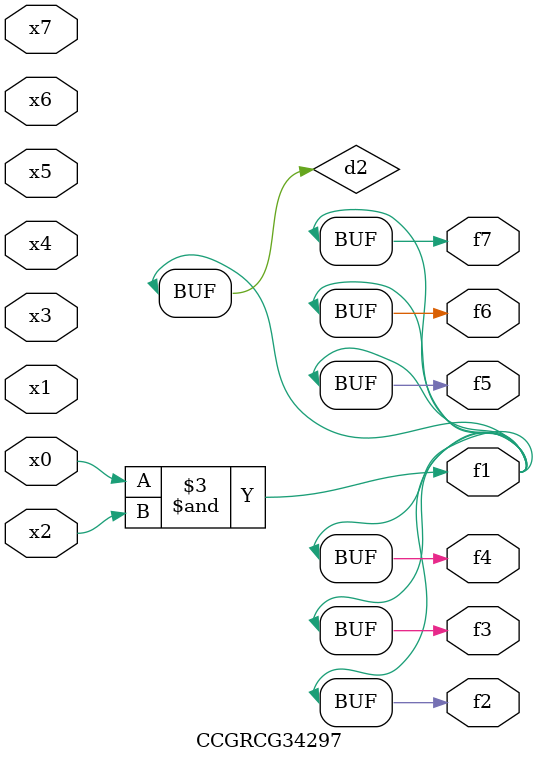
<source format=v>
module CCGRCG34297(
	input x0, x1, x2, x3, x4, x5, x6, x7,
	output f1, f2, f3, f4, f5, f6, f7
);

	wire d1, d2;

	nor (d1, x3, x6);
	and (d2, x0, x2);
	assign f1 = d2;
	assign f2 = d2;
	assign f3 = d2;
	assign f4 = d2;
	assign f5 = d2;
	assign f6 = d2;
	assign f7 = d2;
endmodule

</source>
